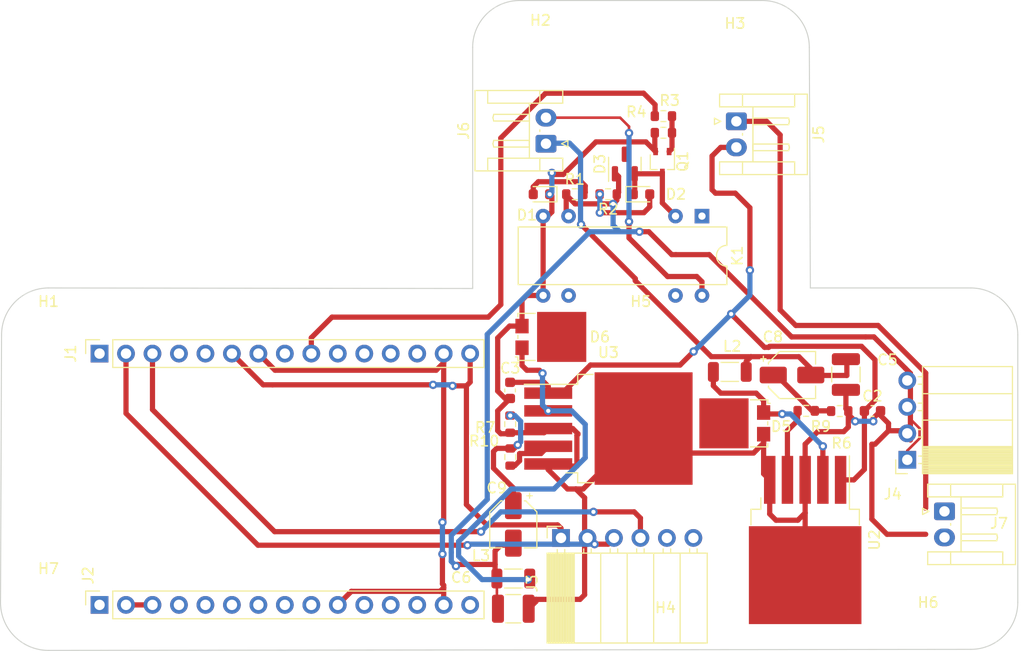
<source format=kicad_pcb>
(kicad_pcb (version 20211014) (generator pcbnew)
  (layers (0 "F.Cu" signal) (31 "B.Cu" power) (34 "B.Paste" user) (35 "F.Paste" user) (36 "B.SilkS" user "B.Silkscreen") (37 "F.SilkS" user "F.Silkscreen") (38 "B.Mask" user) (39 "F.Mask" user) (44 "Edge.Cuts" user))
  (net 0 "")
  (net 1 "Net-(C2-Pad1)")
  (net 2 "GND")
  (net 3 "/24V")
  (net 4 "/5V")
  (net 5 "Net-(C8-Pad1)")
  (net 6 "Net-(C9-Pad1)")
  (net 7 "Net-(D1-Pad2)")
  (net 8 "Net-(D2-Pad1)")
  (net 9 "Net-(D2-Pad2)")
  (net 10 "Net-(D5-Pad1)")
  (net 11 "Net-(D6-Pad1)")
  (net 12 "/GPIO16")
  (net 13 "/SCL")
  (net 14 "/SDA")
  (net 15 "/GPIO0")
  (net 16 "/GPIO2")
  (net 17 "/3.3V")
  (net 18 "/G")
  (net 19 "/GPIO14")
  (net 20 "/GPIO12")
  (net 21 "/RXD2")
  (net 22 "/TXD2")
  (net 23 "/RXD0")
  (net 24 "/TXD0")
  (net 25 "/A0")
  (net 26 "/RESERVED")
  (net 27 "/GPIO10")
  (net 28 "/GPIO9")
  (net 29 "/MOSI")
  (net 30 "/CS")
  (net 31 "/MISO")
  (net 32 "/SCLK")
  (net 33 "/3V")
  (net 34 "/EN")
  (net 35 "/RST")
  (net 36 "/VIN")
  (net 37 "/TX")
  (net 38 "/RX")
  (net 39 "/DIO")
  (net 40 "/CLK")
  (net 41 "+BATT")
  (net 42 "Net-(J6-Pad2)")
  (net 44 "Net-(Q1-Pad1)")
  (net 45 "Net-(R9-Pad1)")
  (net 46 "Net-(R10-Pad1)")
  (footprint "Package_TO_SOT_SMD:TO-277A" (layer "F.Cu") (at 88.2 85.52 90)
    (fp_text reference "D6")
    (fp_text value "D_Schottky")
  )
  (footprint "Resistor_SMD:R_0603_1608Metric" (layer "F.Cu") (at 112.7 92.62)
    (fp_text reference "R9")
    (fp_text value "22.7k")
  )
  (footprint "MountingHole:MountingHole_2mm" (layer "F.Cu") (at 96.825 85.32)
    (fp_text reference "H5")
    (fp_text value "MountingHole")
  )
  (footprint "Connector_PinSocket_2.54mm:PinSocket_1x15_P2.54mm_Vertical" (layer "F.Cu") (at 44.9 111.25 90)
    (fp_text reference "J2")
    (fp_text value "esp conn")
  )
  (footprint "Package_TO_SOT_SMD:SOT-323_SC-70" (layer "F.Cu") (at 98.9 68.72 -90)
    (fp_text reference "Q1")
    (fp_text value "Q_NPN_BEC")
  )
  (footprint "Connector_PinSocket_2.54mm:PinSocket_1x04_P2.54mm_Horizontal" (layer "F.Cu") (at 122.4 97.32 180)
    (fp_text reference "J4")
    (fp_text value "LED_Connector")
  )
  (footprint "Package_TO_SOT_SMD:TO-263-5_TabPin3" (layer "F.Cu") (at 93.725 94.32)
    (fp_text reference "U3")
    (fp_text value "LM2596S-ADJ")
  )
  (footprint "MountingHole:MountingHole_2mm" (layer "F.Cu") (at 40 110.97)
    (fp_text reference "H7")
    (fp_text value "MountingHole")
  )
  (footprint "Capacitor_SMD:C_1210_3225Metric" (layer "F.Cu") (at 84.6 111.62)
    (fp_text reference "C6")
    (fp_text value "220uF")
  )
  (footprint "MountingHole:MountingHole_2mm" (layer "F.Cu") (at 128.45 110.97)
    (fp_text reference "H6")
    (fp_text value "MountingHole")
  )
  (footprint "Resistor_SMD:R_0603_1608Metric" (layer "F.Cu") (at 84.31 97.055 90)
    (fp_text reference "R10")
    (fp_text value "3.1k")
  )
  (footprint "Package_TO_SOT_SMD:TO-263-5_TabPin3" (layer "F.Cu") (at 112.6 105.02 -90)
    (fp_text reference "U2")
    (fp_text value "LM2596S-ADJ")
  )
  (footprint "Inductor_SMD:L_1206_3216Metric" (layer "F.Cu") (at 84.6 108.72 180)
    (fp_text reference "L3")
    (fp_text value "33uH")
  )
  (footprint "Resistor_SMD:R_0603_1608Metric" (layer "F.Cu") (at 90.5 71.82)
    (fp_text reference "R1")
    (fp_text value "1k")
  )
  (footprint "Capacitor_SMD:CP_Elec_4x5.8" (layer "F.Cu") (at 111.34 89.18)
    (fp_text reference "C8")
    (fp_text value "0.1uF")
  )
  (footprint "Capacitor_SMD:C_0603_1608Metric" (layer "F.Cu") (at 119.06 92.63)
    (fp_text reference "C2")
    (fp_text value "100uF")
  )
  (footprint "LED_SMD:LED_0603_1608Metric" (layer "F.Cu") (at 87.3 71.82 180)
    (fp_text reference "D1")
    (fp_text value "LED")
  )
  (footprint "Package_TO_SOT_SMD:SOT-23" (layer "F.Cu") (at 95.3 68.92 90)
    (fp_text reference "D3")
    (fp_text value "D")
  )
  (footprint "Connector_JST:JST_EH_S2B-EH_1x02_P2.50mm_Horizontal" (layer "F.Cu") (at 106 64.82 -90)
    (fp_text reference "J5")
    (fp_text value "Switch_Connector")
  )
  (footprint "Connector_PinSocket_2.54mm:PinSocket_1x06_P2.54mm_Horizontal" (layer "F.Cu") (at 89.175 106.595 90)
    (fp_text reference "J3")
    (fp_text value "TOF_sensor conn")
  )
  (footprint "Resistor_SMD:R_0603_1608Metric" (layer "F.Cu") (at 99 65.92)
    (fp_text reference "R4")
    (fp_text value "10k")
  )
  (footprint "Connector_JST:JST_EH_S2B-EH_1x02_P2.50mm_Horizontal" (layer "F.Cu") (at 125.9675 102.27 -90)
    (fp_text reference "J7")
    (fp_text value "Batt")
  )
  (footprint "Capacitor_SMD:C_1210_3225Metric" (layer "F.Cu") (at 116.51 89.13 -90)
    (fp_text reference "C5")
    (fp_text value "220uF")
  )
  (footprint "Resistor_SMD:R_0603_1608Metric" (layer "F.Cu") (at 115.915 92.64 180)
    (fp_text reference "R6")
    (fp_text value "1k")
  )
  (footprint "Capacitor_SMD:CP_Elec_4x5.8" (layer "F.Cu") (at 84.6 103.52 -90)
    (fp_text reference "C9")
    (fp_text value "0.1uF")
  )
  (footprint "Resistor_SMD:R_0603_1608Metric" (layer "F.Cu") (at 99 64.32)
    (fp_text reference "R3")
    (fp_text value "1k")
  )
  (footprint "MountingHole:MountingHole_2mm" (layer "F.Cu") (at 128.45 85.32)
    (fp_text reference "H4")
    (fp_text value "MountingHole")
  )
  (footprint "MountingHole:MountingHole_2mm" (layer "F.Cu") (at 108.45 57.72)
    (fp_text reference "H3")
    (fp_text value "MountingHole")
  )
  (footprint "Package_TO_SOT_SMD:TO-277A" (layer "F.Cu") (at 105.85 93.82 -90)
    (fp_text reference "D5")
    (fp_text value "D_Schottky")
  )
  (footprint "Connector_JST:JST_EH_S2B-EH_1x02_P2.50mm_Horizontal" (layer "F.Cu") (at 87.7325 66.97 90)
    (fp_text reference "J6")
    (fp_text value "Buzzer")
  )
  (footprint "Inductor_SMD:L_1206_3216Metric" (layer "F.Cu") (at 105.37 88.88)
    (fp_text reference "L2")
    (fp_text value "33uH")
  )
  (footprint "Resistor_SMD:R_0603_1608Metric" (layer "F.Cu") (at 84.3 93.895 90)
    (fp_text reference "R7")
    (fp_text value "1k")
  )
  (footprint "Relay_THT:Relay_StandexMeder_DIP_LowProfile" (layer "F.Cu") (at 102.7 73.92 -90)
    (fp_text reference "K1")
    (fp_text value "DIPxx-1Cxx-51x")
  )
  (footprint "MountingHole:MountingHole_2mm" (layer "F.Cu") (at 40 85.32)
    (fp_text reference "H1")
    (fp_text value "MountingHole")
  )
  (footprint "LED_SMD:LED_0603_1608Metric" (layer "F.Cu") (at 96.9 71.82)
    (fp_text reference "D2")
    (fp_text value "LED")
  )
  (footprint "Resistor_SMD:R_0603_1608Metric" (layer "F.Cu") (at 93.7 71.82 180)
    (fp_text reference "R2")
    (fp_text value "1k")
  )
  (footprint "MountingHole:MountingHole_2mm" (layer "F.Cu") (at 85.2 57.72)
    (fp_text reference "H2")
    (fp_text value "MountingHole")
  )
  (footprint "Connector_PinSocket_2.54mm:PinSocket_1x15_P2.54mm_Vertical" (layer "F.Cu") (at 44.9 87.12 90)
    (fp_text reference "J1")
    (fp_text value "esp con")
  )
  (footprint "Capacitor_SMD:C_0603_1608Metric" (layer "F.Cu") (at 84.29 90.655 -90)
    (fp_text reference "C3")
    (fp_text value "100uF")
  )
  (gr_line (start 113 57.72) (end 113.1 80.82) (layer "Edge.Cuts") (width 0.1))
  (gr_line (start 133 85.32) (end 133 111.02) (layer "Edge.Cuts") (width 0.1))
  (gr_line (start 80.7 57.72) (end 80.7 80.72) (layer "Edge.Cuts") (width 0.1))
  (gr_arc (start 40 115.62) (mid 36.747309 114.272691) (end 35.4 111.02) (layer "Edge.Cuts") (width 0.1))
  (gr_line (start 35.5 85.32) (end 35.4 111.02) (layer "Edge.Cuts") (width 0.1))
  (gr_line (start 80.7 80.87) (end 80.7 80.72) (layer "Edge.Cuts") (width 0.1))
  (gr_arc (start 35.5 85.32) (mid 36.818019 82.138019) (end 40 80.82) (layer "Edge.Cuts") (width 0.1))
  (gr_line (start 40 115.62) (end 128.5 115.52) (layer "Edge.Cuts") (width 0.1))
  (gr_arc (start 128.5 80.82) (mid 131.681981 82.138019) (end 133 85.32) (layer "Edge.Cuts") (width 0.1))
  (gr_arc (start 133 111.02) (mid 131.681981 114.201981) (end 128.5 115.52) (layer "Edge.Cuts") (width 0.1))
  (gr_line (start 40 80.82) (end 80.7 80.87) (layer "Edge.Cuts") (width 0.1))
  (gr_arc (start 80.7 57.72) (mid 82.018019 54.538019) (end 85.2 53.22) (layer "Edge.Cuts") (width 0.1))
  (gr_arc (start 108.5 53.22) (mid 111.681981 54.538019) (end 113 57.72) (layer "Edge.Cuts") (width 0.1))
  (gr_line (start 85.2 53.22) (end 108.5 53.22) (layer "Edge.Cuts") (width 0.1))
  (gr_line (start 113.1 80.82) (end 128.5 80.82) (layer "Edge.Cuts") (width 0.1))
  (segment (start 118.285 92.63) (end 119.3 91.615) (width 0.5) (layer "F.Cu") (net 1))
  (segment (start 84.29 89.88) (end 87.56 89.88) (width 0.5) (layer "F.Cu") (net 1))
  (segment (start 101.899312 86.920688) (end 100.6 88.22) (width 0.5) (layer "F.Cu") (net 1))
  (segment (start 103.6675 71.3875) (end 103.6675 68.1525) (width 0.5) (layer "F.Cu") (net 1))
  (segment (start 103.6675 68.1525) (end 104.5 67.32) (width 0.5) (layer "F.Cu") (net 1))
  (segment (start 92 88.22) (end 89.3 90.92) (width 0.5) (layer "F.Cu") (net 1))
  (segment (start 108.7 86.52) (end 105.5 83.32) (width 0.5) (layer "F.Cu") (net 1))
  (segment (start 104 71.72) (end 103.6675 71.3875) (width 0.5) (layer "F.Cu") (net 1))
  (segment (start 109.1 86.52) (end 108.7 86.52) (width 0.5) (layer "F.Cu") (net 1))
  (segment (start 119.3 87.72) (end 118 86.42) (width 0.5) (layer "F.Cu") (net 1))
  (segment (start 100.6 88.22) (end 92 88.22) (width 0.5) (layer "F.Cu") (net 1))
  (segment (start 105.9 71.72) (end 104 71.72) (width 0.5) (layer "F.Cu") (net 1))
  (segment (start 117.275 99.245) (end 118.285 98.235) (width 0.5) (layer "F.Cu") (net 1))
  (segment (start 118 86.42) (end 109.2 86.42) (width 0.5) (layer "F.Cu") (net 1))
  (segment (start 118.285 98.235) (end 118.285 92.63) (width 0.5) (layer "F.Cu") (net 1))
  (segment (start 109.2 86.42) (end 109.1 86.52) (width 0.5) (layer "F.Cu") (net 1))
  (segment (start 116 99.245) (end 117.275 99.245) (width 0.5) (layer "F.Cu") (net 1))
  (segment (start 89.3 90.92) (end 87.95 90.92) (width 0.5) (layer "F.Cu") (net 1))
  (segment (start 107.3 73.12) (end 105.9 71.72) (width 0.5) (layer "F.Cu") (net 1))
  (segment (start 107.3 79.12) (end 107.3 73.12) (width 0.5) (layer "F.Cu") (net 1))
  (segment (start 119.3 91.615) (end 119.3 87.72) (width 0.5) (layer "F.Cu") (net 1))
  (segment (start 87.95 90.27) (end 87.95 90.92) (width 0.5) (layer "F.Cu") (net 1))
  (segment (start 104.5 67.32) (end 106 67.32) (width 0.5) (layer "F.Cu") (net 1))
  (segment (start 87.56 89.88) (end 87.95 90.27) (width 0.5) (layer "F.Cu") (net 1))
  (via (at 105.5 83.32) (size 0.8) (drill 0.4) (layers "F.Cu" "B.Cu") (net 1))
  (via (at 101.899312 86.920688) (size 0.8) (drill 0.4) (layers "F.Cu" "B.Cu") (net 1))
  (via (at 107.3 79.12) (size 0.8) (drill 0.4) (layers "F.Cu" "B.Cu") (net 1))
  (segment (start 105.5 83.32) (end 101.899312 86.920688) (width 0.5) (layer "B.Cu") (net 1))
  (segment (start 107.3 79.12) (end 107.3 81.52) (width 0.5) (layer "B.Cu") (net 1))
  (segment (start 107.3 81.52) (end 105.5 83.32) (width 0.5) (layer "B.Cu") (net 1))
  (segment (start 84.29 91.43) (end 83.1 92.62) (width 0.5) (layer "F.Cu") (net 2))
  (segment (start 87.95 94.32) (end 90.3 94.32) (width 0.5) (layer "F.Cu") (net 2))
  (segment (start 85.92 81.54) (end 87.46 81.54) (width 0.5) (layer "F.Cu") (net 2))
  (segment (start 91.44 100.96) (end 91.44 110.28) (width 0.5) (layer "F.Cu") (net 2))
  (segment (start 109.2 99.245) (end 109.2 102.52) (width 0.5) (layer "F.Cu") (net 2))
  (segment (start 90.7 97.92) (end 88.15 97.92) (width 0.5) (layer "F.Cu") (net 2))
  (segment (start 107.65 96.67) (end 108.615 95.705) (width 0.5) (layer "F.Cu") (net 2))
  (segment (start 87.55 94.72) (end 87.95 94.32) (width 0.5) (layer "F.Cu") (net 2))
  (segment (start 98.175 67.645) (end 98.25 67.72) (width 0.5) (layer "F.Cu") (net 2))
  (segment (start 88.15 97.92) (end 87.95 97.72) (width 0.5) (layer "F.Cu") (net 2))
  (segment (start 90.8 94.82) (end 90.8 94.87) (width 0.5) (layer "F.Cu") (net 2))
  (segment (start 111.9 103.12) (end 112.6 102.42) (width 0.5) (layer "F.Cu") (net 2))
  (segment (start 108.615 94.86) (end 108.615 98.66) (width 0.5) (layer "F.Cu") (net 2))
  (segment (start 116.3 94.62) (end 116.74 94.18) (width 0.5) (layer "F.Cu") (net 2))
  (segment (start 98.25 67.72) (end 97.325 66.795) (width 0.5) (layer "F.Cu") (net 2))
  (segment (start 119 95.82) (end 119 103.02) (width 0.5) (layer "F.Cu") (net 2))
  (segment (start 116.51 92.41) (end 116.74 92.64) (width 0.5) (layer "F.Cu") (net 2))
  (segment (start 90.7 94.97) (end 90.7 97.92) (width 0.5) (layer "F.Cu") (net 2))
  (segment (start 88.3 72.0325) (end 88.0875 71.82) (width 0.5) (layer "F.Cu") (net 2))
  (segment (start 83.1 92.62) (end 83.1 94.52) (width 0.5) (layer "F.Cu") (net 2))
  (segment (start 116.74 92.64) (end 116.74 92.96) (width 0.5) (layer "F.Cu") (net 2))
  (segment (start 86.775 110.92) (end 86.075 111.62) (width 0.5) (layer "F.Cu") (net 2))
  (segment (start 84.24 84.48) (end 85.435 84.48) (width 0.5) (layer "F.Cu") (net 2))
  (segment (start 90.6 100.12) (end 91.3 100.12) (width 0.5) (layer "F.Cu") (net 2))
  (segment (start 120.6 94.53) (end 120.6 93.828478) (width 0.5) (layer "F.Cu") (net 2))
  (segment (start 85.435 84.48) (end 85.435 81.985) (width 0.5) (layer "F.Cu") (net 2))
  (segment (start 98.175 65.92) (end 98.175 67.645) (width 0.5) (layer "F.Cu") (net 2))
  (segment (start 88.3 73.52) (end 88.3 72.0325) (width 0.5) (layer "F.Cu") (net 2))
  (segment (start 112.6 95.82) (end 113.8 94.62) (width 0.5) (layer "F.Cu") (net 2))
  (segment (start 85.9 81.52) (end 85.92 81.54) (width 0.5) (layer "F.Cu") (net 2))
  (segment (start 120.45 104.47) (end 124.1675 104.47) (width 0.5) (layer "F.Cu") (net 2))
  (segment (start 97.1 94.32) (end 99.45 96.67) (width 0.5) (layer "F.Cu") (net 2))
  (segment (start 120.6 93.828478) (end 119.618261 92.846739) (width 0.5) (layer "F.Cu") (net 2))
  (segment (start 83.81 91.43) (end 83.1 90.72) (width 0.5) (layer "F.Cu") (net 2))
  (segment (start 85.435 81.985) (end 85.9 81.52) (width 0.5) (layer "F.Cu") (net 2))
  (segment (start 91.44 110.28) (end 91 110.72) (width 0.5) (layer "F.Cu") (net 2))
  (segment (start 87.46 73.92) (end 87.46 81.54) (width 0.5) (layer "F.Cu") (net 2))
  (segment (start 109.2 102.52) (end 109.8 103.12) (width 0.5) (layer "F.Cu") (net 2))
  (segment (start 90.3 94.32) (end 90.8 94.82) (width 0.5) (layer "F.Cu") (net 2))
  (segment (start 84.2 94.82) (end 84.3 94.72) (width 0.5) (layer "F.Cu") (net 2))
  (segment (start 119 103.02) (end 120.45 104.47) (width 0.5) (layer "F.Cu") (net 2))
  (segment (start 90.6 100.12) (end 91.44 100.96) (width 0.5) (layer "F.Cu") (net 2))
  (segment (start 87.95 98.27) (end 89.8 100.12) (width 0.5) (layer "F.Cu") (net 2))
  (segment (start 113.8 94.62) (end 116.3 94.62) (width 0.5) (layer "F.Cu") (net 2))
  (segment (start 89.4 69.92) (end 88.3 69.92) (width 0.5) (layer "F.Cu") (net 2))
  (segment (start 87.46 73.92) (end 87.9 73.92) (width 0.5) (layer "F.Cu") (net 2))
  (segment (start 116.51 90.605) (end 116.51 92.41) (width 0.5) (layer "F.Cu") (net 2))
  (segment (start 88.3 69.92) (end 88.3 69.7705) (width 0.5) (layer "F.Cu") (net 2))
  (segment (start 112.6 102.42) (end 112.6 108.395) (width 0.5) (layer "F.Cu") (net 2))
  (segment (start 108.615 95.705) (end 108.615 94.86) (width 0.5) (layer "F.Cu") (net 2))
  (segment (start 91.3 100.12) (end 97.1 94.32) (width 0.5) (layer "F.Cu") (net 2))
  (segment (start 83.1 90.72) (end 83.1 85.62) (width 0.5) (layer "F.Cu") (net 2))
  (segment (start 91 110.72) (end 86.775 110.72) (width 0.5) (layer "F.Cu") (net 2))
  (segment (start 83.4 94.82) (end 84.2 94.82) (width 0.5) (layer "F.Cu") (net 2))
  (segment (start 86.775 110.72) (end 86.775 110.92) (width 0.5) (layer "F.Cu") (net 2))
  (segment (start 92.525 66.795) (end 89.4 69.92) (width 0.5) (layer "F.Cu") (net 2))
  (segment (start 116.74 92.96) (end 117.4 93.62) (width 0.5) (layer "F.Cu") (net 2))
  (segment (start 119.1345 93.62) (end 119.1345 93.3305) (width 0.5) (layer "F.Cu") (net 2))
  (segment (start 87.95 97.72) (end 87.95 98.27) (width 0.5) (layer "F.Cu") (net 2))
  (segment (start 122 94.53) (end 122 94.78) (width 0.5) (layer "F.Cu") (net 2))
  (segment (start 83.1 94.52) (end 83.4 94.82) (width 0.5) (layer "F.Cu") (net 2))
  (segment (start 112.6 99.245) (end 112.6 95.82) (width 0.5) (layer "F.Cu") (net 2))
  (segment (start 84.29 91.43) (end 83.81 91.43) (width 0.5) (layer "F.Cu") (net 2))
  (segment (start 84.3 94.72) (end 87.55 94.72) (width 0.5) (layer "F.Cu") (net 2))
  (segment (start 119.1345 93.3305) (end 119.618261 92.846739) (width 0.5) (layer "F.Cu") (net 2))
  (segment (start 119.31 95.82) (end 119 95.82) (width 0.5) (layer "F.Cu") (net 2))
  (segment (start 99.45 96.67) (end 107.65 96.67) (width 0.5) (layer "F.Cu") (net 2))
  (segment (start 120.6 94.53) (end 122 94.53) (width 0.5) (layer "F.Cu") (net 2))
  (segment (start 97.325 66.795) (end 92.525 66.795) (width 0.5) (layer "F.Cu") (net 2))
  (segment (start 109.8 103.12) (end 111.9 103.12) (width 0.5) (layer "F.Cu") (net 2))
  (segment (start 108.615 98.66) (end 109.2 99.245) (width 0.5) (layer "F.Cu") (net 2))
  (segment (start 116.74 94.18) (end 116.74 92.64) (width 0.5) (layer "F.Cu") (net 2))
  (segment (start 87.9 73.92) (end 88.3 73.52) (width 0.5) (layer "F.Cu") (net 2))
  (segment (start 90.8 94.87) (end 90.7 94.97) (width 0.5) (layer "F.Cu") (net 2))
  (segment (start 83.1 85.62) (end 84.24 84.48) (width 0.5) (layer "F.Cu") (net 2))
  (segment (start 89.8 100.12) (end 90.6 100.12) (width 0.5) (layer "F.Cu") (net 2))
  (segment (start 112.6 99.245) (end 112.6 102.42) (width 0.5) (layer "F.Cu") (net 2))
  (segment (start 120.6 94.53) (end 119.31 95.82) (width 0.5) (layer "F.Cu") (net 2))
  (via (at 119.1345 93.62) (size 0.8) (drill 0.4) (layers "F.Cu" "B.Cu") (net 2))
  (via (at 88.3 69.7705) (size 0.8) (drill 0.4) (layers "F.Cu" "B.Cu") (net 2))
  (via (at 117.4 93.62) (size 0.8) (drill 0.4) (layers "F.Cu" "B.Cu") (net 2))
  (via (at 88.0875 71.82) (size 0.8) (drill 0.4) (layers "F.Cu" "B.Cu") (net 2))
  (segment (start 88.3 71.6075) (end 88.0875 71.82) (width 0.5) (layer "B.Cu") (net 2))
  (segment (start 88.3 69.7705) (end 88.3 71.6075) (width 0.5) (layer "B.Cu") (net 2))
  (segment (start 117.4 93.62) (end 119.1345 93.62) (width 0.5) (layer "B.Cu") (net 2))
  (segment (start 113.18 89.22) (end 116.6 89.22) (width 0.5) (layer "F.Cu") (net 3))
  (segment (start 103.6 87.42) (end 107.4 87.42) (width 0.5) (layer "F.Cu") (net 3))
  (segment (start 113.14 88.56) (end 112 87.42) (width 0.5) (layer "F.Cu") (net 3))
  (segment (start 116.6 89.22) (end 116.6 87.745) (width 0.5) (layer "F.Cu") (net 3))
  (segment (start 107.4 87.42) (end 106.945 87.875) (width 0.5) (layer "F.Cu") (net 3))
  (segment (start 96.3 80.12) (end 103.6 87.42) (width 0.5) (layer "F.Cu") (net 3))
  (segment (start 112 87.42) (end 107.4 87.42) (width 0.5) (layer "F.Cu") (net 3))
  (segment (start 113.14 89.18) (end 113.18 89.22) (width 0.5) (layer "F.Cu") (net 3))
  (segment (start 96.3 79.92) (end 96.3 80.12) (width 0.5) (layer "F.Cu") (net 3))
  (segment (start 106.945 87.875) (end 106.945 88.88) (width 0.5) (layer "F.Cu") (net 3))
  (segment (start 113.14 89.18) (end 113.14 88.56) (width 0.5) (layer "F.Cu") (net 3))
  (segment (start 91.1 74.72) (end 96.3 79.92) (width 0.5) (layer "F.Cu") (net 3))
  (segment (start 116.6 87.745) (end 116.51 87.655) (width 0.5) (layer "F.Cu") (net 3))
  (via (at 87.7325 66.97) (size 0.8) (drill 0.4) (layers "F.Cu" "B.Cu") (net 3))
  (via (at 91.1 74.72) (size 0.8) (drill 0.4) (layers "F.Cu" "B.Cu") (net 3))
  (segment (start 91.05 74.67) (end 91.1 74.72) (width 0.5) (layer "B.Cu") (net 3))
  (segment (start 90 66.92) (end 87.7825 66.92) (width 0.5) (layer "B.Cu") (net 3))
  (segment (start 87.7825 66.92) (end 87.7325 66.97) (width 0.5) (layer "B.Cu") (net 3))
  (segment (start 91.05 67.97) (end 90 66.92) (width 0.5) (layer "B.Cu") (net 3))
  (segment (start 91.05 74.67) (end 91.05 67.97) (width 0.5) (layer "B.Cu") (net 3))
  (segment (start 123.575 94.293299) (end 122.886701 93.605) (width 0.25) (layer "F.Cu") (net 4))
  (segment (start 84.6 105.32) (end 84.4 105.52) (width 0.5) (layer "F.Cu") (net 4))
  (segment (start 83.025 111.52) (end 83.125 111.62) (width 0.25) (layer "F.Cu") (net 4))
  (segment (start 94.1755 72.7445) (end 94.525 72.395) (width 0.5) (layer "F.Cu") (net 4))
  (segment (start 94.4375 69.8575) (end 94.7 70.12) (width 0.5) (layer "F.Cu") (net 4))
  (segment (start 123.575 95.266701) (end 123.575 94.293299) (width 0.25) (layer "F.Cu") (net 4))
  (segment (start 122.7 95.42) (end 122.7 89.02) (width 0.5) (layer "F.Cu") (net 4))
  (segment (start 94.35 69.8575) (end 94.4375 69.8575) (width 0.5) (layer "F.Cu") (net 4))
  (segment (start 119.2 85.52) (end 118.4 85.52) (width 0.5) (layer "F.Cu") (net 4))
  (segment (start 122.4 97.32) (end 122.4 96.441701) (width 0.25) (layer "F.Cu") (net 4))
  (segment (start 83.025 108.72) (end 83.025 111.52) (width 0.25) (layer "F.Cu") (net 4))
  (segment (start 118.4 85.52) (end 111.3 85.52) (width 0.5) (layer "F.Cu") (net 4))
  (segment (start 89.675 71.82) (end 89.675 73.695) (width 0.5) (layer "F.Cu") (net 4))
  (segment (start 122.886701 93.605) (end 122.7 93.605) (width 0.25) (layer "F.Cu") (net 4))
  (segment (start 99.8 77.62) (end 97.6 75.42) (width 0.5) (layer "F.Cu") (net 4))
  (segment (start 111.3 85.52) (end 111.2 85.42) (width 0.5) (layer "F.Cu") (net 4))
  (segment (start 89.675 73.695) (end 89.9 73.92) (width 0.5) (layer "F.Cu") (net 4))
  (segment (start 103.4 77.62) (end 100.2 77.62) (width 0.5) (layer "F.Cu") (net 4))
  (segment (start 90.5245 72.7445) (end 94.1755 72.7445) (width 0.5) (layer "F.Cu") (net 4))
  (segment (start 100.2 77.62) (end 99.8 77.62) (width 0.5) (layer "F.Cu") (net 4))
  (segment (start 94.7 70.12) (end 94.7 71.645) (width 0.5) (layer "F.Cu") (net 4))
  (segment (start 89.675 71.895) (end 90.5245 72.7445) (width 0.5) (layer "F.Cu") (net 4))
  (segment (start 111.2 85.42) (end 103.4 77.62) (width 0.5) (layer "F.Cu") (net 4))
  (segment (start 122.4 96.441701) (end 123.575 95.266701) (width 0.25) (layer "F.Cu") (net 4))
  (segment (start 83.4 105.52) (end 82.85 106.07) (width 0.5) (layer "F.Cu") (net 4))
  (segment (start 97.6 75.42) (end 96.7 75.42) (width 0.5) (layer "F.Cu") (net 4))
  (segment (start 79.25 107.37) (end 82.85 107.37) (width 0.5) (layer "F.Cu") (net 4))
  (segment (start 122.7 89.02) (end 122.2 88.52) (width 0.5) (layer "F.Cu") (net 4))
  (segment (start 84.4 105.52) (end 83.4 105.52) (width 0.5) (layer "F.Cu") (net 4))
  (segment (start 79.099312 107.520688) (end 79.25 107.37) (width 0.5) (layer "F.Cu") (net 4))
  (segment (start 94.7 71.645) (end 94.525 71.82) (width 0.5) (layer "F.Cu") (net 4))
  (segment (start 82.85 106.07) (end 82.85 107.37) (width 0.5) (layer "F.Cu") (net 4))
  (segment (start 82.85 107.37) (end 82.85 108.82) (width 0.5) (layer "F.Cu") (net 4))
  (segment (start 89.675 71.82) (end 89.675 71.895) (width 0.5) (layer "F.Cu") (net 4))
  (segment (start 94.525 72.395) (end 94.525 71.82) (width 0.5) (layer "F.Cu") (net 4))
  (segment (start 122.2 88.52) (end 119.2 85.52) (width 0.5) (layer "F.Cu") (net 4))
  (via (at 79.099312 107.520688) (size 0.8) (drill 0.4) (layers "F.Cu" "B.Cu") (net 4))
  (via (at 94.1755 72.7445) (size 0.8) (drill 0.4) (layers "F.Cu" "B.Cu") (net 4))
  (via (at 96.7 75.42) (size 0.8) (drill 0.4) (layers "F.Cu" "B.Cu") (net 4))
  (segment (start 94.8 75.42) (end 91.953654 75.42) (width 0.5) (layer "B.Cu") (net 4))
  (segment (start 94.1755 74.7955) (end 94.1755 72.7445) (width 0.5) (layer "B.Cu") (net 4))
  (segment (start 78.65 104.57) (end 78.65 106.22) (width 0.5) (layer "B.Cu") (net 4))
  (segment (start 82.1 85.273654) (end 82.1 101.12) (width 0.5) (layer "B.Cu") (net 4))
  (segment (start 78.65 107.071376) (end 79.099312 107.520688) (width 0.5) (layer "B.Cu") (net 4))
  (segment (start 82.1 101.12) (end 78.8 104.42) (width 0.5) (layer "B.Cu") (net 4))
  (segment (start 94.8 75.42) (end 94.1755 74.7955) (width 0.5) (layer "B.Cu") (net 4))
  (segment (start 96.7 75.42) (end 94.8 75.42) (width 0.5) (layer "B.Cu") (net 4))
  (segment (start 78.65 106.22) (end 78.65 107.071376) (width 0.5) (layer "B.Cu") (net 4))
  (segment (start 78.8 104.42) (end 78.65 104.57) (width 0.5) (layer "B.Cu") (net 4))
  (segment (start 91.953654 75.42) (end 82.1 85.273654) (width 0.5) (layer "B.Cu") (net 4))
  (segment (start 113.525 92.62) (end 115.07 92.62) (width 0.5) (layer "F.Cu") (net 5))
  (segment (start 109.829239 89.18) (end 113.269239 92.62) (width 0.5) (layer "F.Cu") (net 5))
  (segment (start 115.07 92.62) (end 115.09 92.64) (width 0.5) (layer "F.Cu") (net 5))
  (segment (start 113.269239 92.62) (end 113.525 92.62) (width 0.5) (layer "F.Cu") (net 5))
  (segment (start 109.54 89.18) (end 109.829239 89.18) (width 0.5) (layer "F.Cu") (net 5))
  (segment (start 84.3 93.12) (end 84.3 93.07) (width 0.5) (layer "F.Cu") (net 6))
  (segment (start 84.31 96.23) (end 84.3 96.22) (width 0.5) (layer "F.Cu") (net 6))
  (segment (start 84.31 96.23) (end 84.681805 96.23) (width 0.5) (layer "F.Cu") (net 6))
  (segment (start 84.681805 96.23) (end 85.02257 95.889235) (width 0.5) (layer "F.Cu") (net 6))
  (segment (start 84.6 101.72) (end 84.6 100.02) (width 0.5) (layer "F.Cu") (net 6))
  (segment (start 84.3 96.22) (end 83 96.22) (width 0.5) (layer "F.Cu") (net 6))
  (segment (start 82.7 98.12) (end 82.7 96.52) (width 0.5) (layer "F.Cu") (net 6))
  (segment (start 84.6 100.02) (end 82.7 98.12) (width 0.5) (layer "F.Cu") (net 6))
  (segment (start 82.7 96.52) (end 83 96.22) (width 0.5) (layer "F.Cu") (net 6))
  (via (at 85.02257 95.889235) (size 0.8) (drill 0.4) (layers "F.Cu" "B.Cu") (net 6))
  (via (at 84.3 93.07) (size 0.8) (drill 0.4) (layers "F.Cu" "B.Cu") (net 6))
  (segment (start 85.3 93.62) (end 84.75 93.07) (width 0.5) (layer "B.Cu") (net 6))
  (segment (start 84.75 93.07) (end 84.3 93.07) (width 0.5) (layer "B.Cu") (net 6))
  (segment (start 85.02257 95.889235) (end 85.3 95.611805) (width 0.5) (layer "B.Cu") (net 6))
  (segment (start 85.3 95.611805) (end 85.3 93.62) (width 0.5) (layer "B.Cu") (net 6))
  (segment (start 91.5 71.645) (end 91.325 71.82) (width 0.5) (layer "F.Cu") (net 7))
  (segment (start 86.5125 71.1075) (end 87 70.62) (width 0.5) (layer "F.Cu") (net 7))
  (segment (start 91.5 71.02) (end 91.5 71.645) (width 0.5) (layer "F.Cu") (net 7))
  (segment (start 86.5125 71.82) (end 86.5125 71.1075) (width 0.5) (layer "F.Cu") (net 7))
  (segment (start 91.1 70.62) (end 91.5 71.02) (width 0.5) (layer "F.Cu") (net 7))
  (segment (start 87 70.62) (end 91.1 70.62) (width 0.5) (layer "F.Cu") (net 7))
  (segment (start 96.25 69.8575) (end 96.25 71.6825) (width 0.5) (layer "F.Cu") (net 8))
  (segment (start 96.25 71.6825) (end 96.1125 71.82) (width 0.5) (layer "F.Cu") (net 8))
  (segment (start 98.7625 69.8575) (end 98.9 69.72) (width 0.5) (layer "F.Cu") (net 8))
  (segment (start 98.9 69.72) (end 98.9 72.66) (width 0.5) (layer "F.Cu") (net 8))
  (segment (start 98.9 72.66) (end 100.16 73.92) (width 0.5) (layer "F.Cu") (net 8))
  (segment (start 96.25 69.8575) (end 98.7625 69.8575) (width 0.5) (layer "F.Cu") (net 8))
  (segment (start 92.875 71.82) (end 92.9 71.82) (width 0.5) (layer "F.Cu") (net 9))
  (segment (start 97.6875 73.0325) (end 97.6875 71.82) (width 0.5) (layer "F.Cu") (net 9))
  (segment (start 97.1255 73.5945) (end 97.6875 73.0325) (width 0.5) (layer "F.Cu") (net 9))
  (segment (start 92.9 73.5945) (end 97.1255 73.5945) (width 0.5) (layer "F.Cu") (net 9))
  (via (at 92.9 71.82) (size 0.8) (drill 0.4) (layers "F.Cu" "B.Cu") (net 9))
  (via (at 92.9 73.5945) (size 0.8) (drill 0.4) (layers "F.Cu" "B.Cu") (net 9))
  (segment (start 92.9 71.82) (end 92.9 73.5945) (width 0.5) (layer "B.Cu") (net 9))
  (segment (start 107.9 90.92) (end 108.615 91.635) (width 0.5) (layer "F.Cu") (net 10))
  (segment (start 103.795 88.88) (end 103.795 90.215) (width 0.5) (layer "F.Cu") (net 10))
  (segment (start 108.615 91.635) (end 108.615 92.78) (width 0.5) (layer "F.Cu") (net 10))
  (segment (start 103.795 90.215) (end 104.5 90.92) (width 0.5) (layer "F.Cu") (net 10))
  (segment (start 104.5 90.92) (end 107.9 90.92) (width 0.5) (layer "F.Cu") (net 10))
  (segment (start 114.3 99.245) (end 114.3 96.02) (width 0.5) (layer "F.Cu") (net 10))
  (segment (start 110.4 92.92) (end 108.755 92.92) (width 0.5) (layer "F.Cu") (net 10))
  (segment (start 108.755 92.92) (end 108.615 92.78) (width 0.5) (layer "F.Cu") (net 10))
  (via (at 110.4 92.92) (size 0.8) (drill 0.4) (layers "F.Cu" "B.Cu") (net 10))
  (via (at 114.3 96.02) (size 0.8) (drill 0.4) (layers "F.Cu" "B.Cu") (net 10))
  (segment (start 111.2 92.92) (end 110.4 92.92) (width 0.5) (layer "B.Cu") (net 10))
  (segment (start 114.3 96.02) (end 111.2 92.92) (width 0.5) (layer "B.Cu") (net 10))
  (segment (start 87.1 88.72) (end 87.4 89.02) (width 0.5) (layer "F.Cu") (net 11))
  (segment (start 85.9 88.72) (end 86.9 88.72) (width 0.5) (layer "F.Cu") (net 11))
  (segment (start 85.435 86.56) (end 85.435 88.255) (width 0.5) (layer "F.Cu") (net 11))
  (segment (start 86.9 88.72) (end 87.1 88.72) (width 0.5) (layer "F.Cu") (net 11))
  (segment (start 85.435 88.255) (end 85.8 88.62) (width 0.5) (layer "F.Cu") (net 11))
  (segment (start 85.8 88.62) (end 85.9 88.72) (width 0.5) (layer "F.Cu") (net 11))
  (via (at 87.4 89.02) (size 0.8) (drill 0.4) (layers "F.Cu" "B.Cu") (net 11))
  (via (at 87.95 92.62) (size 0.8) (drill 0.4) (layers "F.Cu" "B.Cu") (net 11))
  (via (at 86 108.82) (size 0.8) (drill 0.4) (layers "F.Cu" "B.Cu") (net 11))
  (segment (start 87.4 92.07) (end 87.95 92.62) (width 0.5) (layer "B.Cu") (net 11))
  (segment (start 91.5 93.92) (end 91.5 97.12) (width 0.5) (layer "B.Cu") (net 11))
  (segment (start 91.5 97.12) (end 88.5 100.12) (width 0.5) (layer "B.Cu") (net 11))
  (segment (start 84.397918 100.12) (end 79.35 105.167918) (width 0.5) (layer "B.Cu") (net 11))
  (segment (start 79.35 105.167918) (end 79.35 106.57) (width 0.5) (layer "B.Cu") (net 11))
  (segment (start 87.4 89.02) (end 87.4 92.07) (width 0.5) (layer "B.Cu") (net 11))
  (segment (start 87.95 92.62) (end 90.2 92.62) (width 0.5) (layer "B.Cu") (net 11))
  (segment (start 79.35 106.57) (end 81.6 108.82) (width 0.5) (layer "B.Cu") (net 11))
  (segment (start 81.6 108.82) (end 86 108.82) (width 0.5) (layer "B.Cu") (net 11))
  (segment (start 88.5 100.12) (end 84.397918 100.12) (width 0.5) (layer "B.Cu") (net 11))
  (segment (start 90.2 92.62) (end 91.5 93.92) (width 0.5) (layer "B.Cu") (net 11))
  (segment (start 80.2 105.52) (end 60.1 105.52) (width 0.5) (layer "F.Cu") (net 13))
  (segment (start 93.8 105.32) (end 93.7 105.42) (width 0.5) (layer "F.Cu") (net 13))
  (segment (start 47.44 92.86) (end 47.44 87.12) (width 0.5) (layer "F.Cu") (net 13))
  (segment (start 93.7 105.42) (end 92.4 105.42) (width 0.5) (layer "F.Cu") (net 13))
  (segment (start 94.255 104.82) (end 94.255 104.865) (width 0.25) (layer "F.Cu") (net 13))
  (segment (start 60.1 105.52) (end 47.44 92.86) (width 0.5) (layer "F.Cu") (net 13))
  (segment (start 94.255 104.865) (end 93.7 105.42) (width 0.25) (layer "F.Cu") (net 13))
  (segment (start 93.98 105.14) (end 93.8 105.32) (width 0.5) (layer "F.Cu") (net 13))
  (via (at 92.4 105.42) (size 0.8) (drill 0.4) (layers "F.Cu" "B.Cu") (net 13))
  (via (at 80.2 105.52) (size 0.8) (drill 0.4) (layers "F.Cu" "B.Cu") (net 13))
  (segment (start 92.4 105.42) (end 80.3 105.42) (width 0.5) (layer "B.Cu") (net 13))
  (segment (start 80.3 105.42) (end 80.2 105.52) (width 0.5) (layer "B.Cu") (net 13))
  (segment (start 92.2895 102.32) (end 96.2 102.32) (width 0.5) (layer "F.Cu") (net 14))
  (segment (start 96.8 102.92) (end 96.795 102.925) (width 0.5) (layer "F.Cu") (net 14))
  (segment (start 50.2 92.72) (end 61.7 104.22) (width 0.5) (layer "F.Cu") (net 14))
  (segment (start 49.98 87.12) (end 49.98 92.5) (width 0.5) (layer "F.Cu") (net 14))
  (segment (start 96.2 102.32) (end 96.8 102.92) (width 0.5) (layer "F.Cu") (net 14))
  (segment (start 96.795 102.925) (end 96.795 104.82) (width 0.5) (layer "F.Cu") (net 14))
  (segment (start 49.98 92.5) (end 50.2 92.72) (width 0.5) (layer "F.Cu") (net 14))
  (segment (start 61.7 104.22) (end 81.5 104.22) (width 0.5) (layer "F.Cu") (net 14))
  (via (at 81.5 104.22) (size 0.8) (drill 0.4) (layers "F.Cu" "B.Cu") (net 14))
  (via (at 92.2895 102.32) (size 0.8) (drill 0.4) (layers "F.Cu" "B.Cu") (net 14))
  (segment (start 81.5 104.22) (end 83.4 102.32) (width 0.5) (layer "B.Cu") (net 14))
  (segment (start 83.4 102.32) (end 92.2895 102.32) (width 0.5) (layer "B.Cu") (net 14))
  (segment (start 82.05 103.57) (end 88.85 103.57) (width 0.5) (layer "F.Cu") (net 17))
  (segment (start 80.1 101.62) (end 82.05 103.57) (width 0.5) (layer "F.Cu") (net 17))
  (segment (start 88.85 103.57) (end 89.175 103.895) (width 0.5) (layer "F.Cu") (net 17))
  (segment (start 60.6 90.12) (end 61.5 90.12) (width 0.5) (layer "F.Cu") (net 17))
  (segment (start 89.175 103.895) (end 89.175 104.82) (width 0.5) (layer "F.Cu") (net 17))
  (segment (start 80.1 90.22) (end 80.1 101.62) (width 0.5) (layer "F.Cu") (net 17))
  (segment (start 80.1 90.22) (end 78.7695 90.22) (width 0.5) (layer "F.Cu") (net 17))
  (segment (start 57.6 87.12) (end 60.6 90.12) (width 0.5) (layer "F.Cu") (net 17))
  (segment (start 80.46 89.86) (end 80.1 90.22) (width 0.5) (layer "F.Cu") (net 17))
  (segment (start 80.46 87.12) (end 80.46 89.86) (width 0.5) (layer "F.Cu") (net 17))
  (segment (start 61.5 90.12) (end 76.9 90.12) (width 0.5) (layer "F.Cu") (net 17))
  (via (at 78.7695 90.22) (size 0.8) (drill 0.4) (layers "F.Cu" "B.Cu") (net 17))
  (via (at 76.9 90.12) (size 0.8) (drill 0.4) (layers "F.Cu" "B.Cu") (net 17))
  (segment (start 78.6695 90.12) (end 78.7695 90.22) (width 0.5) (layer "B.Cu") (net 17))
  (segment (start 76.9 90.12) (end 78.6695 90.12) (width 0.5) (layer "B.Cu") (net 17))
  (segment (start 61.74 88.72) (end 77.2 88.72) (width 0.5) (layer "F.Cu") (net 18))
  (segment (start 60.14 87.12) (end 61.74 88.72) (width 0.5) (layer "F.Cu") (net 18))
  (segment (start 77.92 103.2) (end 77.8 103.32) (width 0.5) (layer "F.Cu") (net 18))
  (segment (start 69.06 109.95) (end 77.57 109.95) (width 0.5) (layer "F.Cu") (net 18))
  (segment (start 77.8 109.24) (end 77.92 109.36) (width 0.5) (layer "F.Cu") (net 18))
  (segment (start 77.2 88.72) (end 77.92 88) (width 0.5) (layer "F.Cu") (net 18))
  (segment (start 77.92 87.12) (end 77.92 88) (width 0.5) (layer "F.Cu") (net 18))
  (segment (start 77.92 88) (end 77.92 103.2) (width 0.5) (layer "F.Cu") (net 18))
  (segment (start 77.57 109.95) (end 77.92 109.6) (width 0.5) (layer "F.Cu") (net 18))
  (segment (start 77.8 106.3695) (end 77.8 109.24) (width 0.5) (layer "F.Cu") (net 18))
  (segment (start 77.92 109.36) (end 77.92 109.6) (width 0.5) (layer "F.Cu") (net 18))
  (segment (start 77.92 109.6) (end 77.92 111.25) (width 0.5) (layer "F.Cu") (net 18))
  (segment (start 67.76 111.25) (end 69.06 109.95) (width 0.5) (layer "F.Cu") (net 18))
  (via (at 77.8 103.32) (size 0.8) (drill 0.4) (layers "F.Cu" "B.Cu") (net 18))
  (via (at 77.8 106.3695) (size 0.8) (drill 0.4) (layers "F.Cu" "B.Cu") (net 18))
  (segment (start 77.8 103.32) (end 77.8 106.3695) (width 0.5) (layer "B.Cu") (net 18))
  (segment (start 82.2 83.62) (end 83.4 82.42) (width 0.5) (layer "F.Cu") (net 20))
  (segment (start 98.2 64.295) (end 98.175 64.32) (width 0.5) (layer "F.Cu") (net 20))
  (segment (start 65.22 85.6) (end 67.2 83.62) (width 0.5) (layer "F.Cu") (net 20))
  (segment (start 67.2 83.62) (end 82.2 83.62) (width 0.5) (layer "F.Cu") (net 20))
  (segment (start 83.4 82.42) (end 83.4 66.42) (width 0.5) (layer "F.Cu") (net 20))
  (segment (start 97.1 62.12) (end 98.2 63.22) (width 0.5) (layer "F.Cu") (net 20))
  (segment (start 98.2 63.22) (end 98.2 64.295) (width 0.5) (layer "F.Cu") (net 20))
  (segment (start 83.4 66.42) (end 87.7 62.12) (width 0.5) (layer "F.Cu") (net 20))
  (segment (start 65.22 87.12) (end 65.22 85.6) (width 0.5) (layer "F.Cu") (net 20))
  (segment (start 87.7 62.12) (end 97.1 62.12) (width 0.5) (layer "F.Cu") (net 20))
  (segment (start 47.44 111.25) (end 49.98 111.25) (width 0.5) (layer "F.Cu") (net 26))
  (segment (start 110.2 66.12) (end 108.9 64.82) (width 0.5) (layer "F.Cu") (net 41))
  (segment (start 124.1675 88.9875) (end 119.6 84.42) (width 0.5) (layer "F.Cu") (net 41))
  (segment (start 110.2 82.92) (end 110.2 66.12) (width 0.5) (layer "F.Cu") (net 41))
  (segment (start 119.6 84.42) (end 111.7 84.42) (width 0.5) (layer "F.Cu") (net 41))
  (segment (start 108.9 64.82) (end 106 64.82) (width 0.5) (layer "F.Cu") (net 41))
  (segment (start 124.1675 101.97) (end 124.1675 88.9875) (width 0.5) (layer "F.Cu") (net 41))
  (segment (start 111.7 84.42) (end 110.2 82.92) (width 0.5) (layer "F.Cu") (net 41))
  (segment (start 87.7325 64.47) (end 94.85 64.47) (width 0.25) (layer "F.Cu") (net 42))
  (segment (start 94.85 64.47) (end 95.7 65.32) (width 0.25) (layer "F.Cu") (net 42))
  (segment (start 102.2 79.72) (end 102.7 80.22) (width 0.5) (layer "F.Cu") (net 42))
  (segment (start 95.7 65.32) (end 95.7 65.9455) (width 0.25) (layer "F.Cu") (net 42))
  (segment (start 95.7 74.444) (end 95.7 76.02) (width 0.5) (layer "F.Cu") (net 42))
  (segment (start 102.7 80.22) (end 102.7 81.54) (width 0.5) (layer "F.Cu") (net 42))
  (segment (start 95.7 76.02) (end 99.4 79.72) (width 0.5) (layer "F.Cu") (net 42))
  (segment (start 99.4 79.72) (end 102.2 79.72) (width 0.5) (layer "F.Cu") (net 42))
  (via (at 95.7 65.9455) (size 0.8) (drill 0.4) (layers "F.Cu" "B.Cu") (net 42))
  (via (at 95.7 74.444) (size 0.8) (drill 0.4) (layers "F.Cu" "B.Cu") (net 42))
  (segment (start 95.7 65.9455) (end 95.7 74.444) (width 0.5) (layer "B.Cu") (net 42))
  (segment (start 99.825 65.92) (end 99.825 67.445) (width 0.5) (layer "F.Cu") (net 44))
  (segment (start 99.825 67.445) (end 99.55 67.72) (width 0.5) (layer "F.Cu") (net 44))
  (segment (start 99.825 65.92) (end 99.825 64.32) (width 0.5) (layer "F.Cu") (net 44))
  (segment (start 110.9 94.52) (end 110.9 99.245) (width 0.5) (layer "F.Cu") (net 45))
  (segment (start 111.875 93.545) (end 110.9 94.52) (width 0.5) (layer "F.Cu") (net 45))
  (segment (start 111.875 92.62) (end 111.875 93.545) (width 0.5) (layer "F.Cu") (net 45))
  (segment (start 84.31 97.88) (end 84.74 97.88) (width 0.5) (layer "F.Cu") (net 46))
  (segment (start 85.2 96.72) (end 87.25 96.72) (width 0.5) (layer "F.Cu") (net 46))
  (segment (start 87.25 96.72) (end 87.95 96.02) (width 0.5) (layer "F.Cu") (net 46))
  (segment (start 84.74 97.88) (end 85.2 97.42) (width 0.5) (layer "F.Cu") (net 46))
  (segment (start 85.2 97.42) (end 85.2 96.72) (width 0.5) (layer "F.Cu") (net 46))
)
</source>
